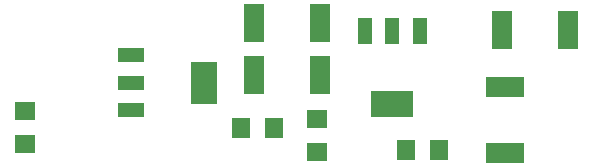
<source format=gtp>
G75*
%MOIN*%
%OFA0B0*%
%FSLAX25Y25*%
%IPPOS*%
%LPD*%
%AMOC8*
5,1,8,0,0,1.08239X$1,22.5*
%
%ADD10R,0.07087X0.06299*%
%ADD11R,0.06299X0.07087*%
%ADD12R,0.08800X0.04800*%
%ADD13R,0.08661X0.14173*%
%ADD14R,0.04800X0.08800*%
%ADD15R,0.14173X0.08661*%
%ADD16R,0.07087X0.12598*%
%ADD17R,0.12598X0.07087*%
D10*
X0164700Y0181688D03*
X0164700Y0192712D03*
X0067200Y0195212D03*
X0067200Y0184188D03*
D11*
X0139188Y0189700D03*
X0150212Y0189700D03*
X0194188Y0182200D03*
X0205212Y0182200D03*
D12*
X0102500Y0195600D03*
X0102500Y0204700D03*
X0102500Y0213800D03*
D13*
X0126901Y0204700D03*
D14*
X0180600Y0221900D03*
X0189700Y0221900D03*
X0198800Y0221900D03*
D15*
X0189700Y0197499D03*
D16*
X0165724Y0207200D03*
X0143676Y0207200D03*
X0143676Y0224700D03*
X0165724Y0224700D03*
X0226176Y0222200D03*
X0248224Y0222200D03*
D17*
X0227200Y0203224D03*
X0227200Y0181176D03*
M02*

</source>
